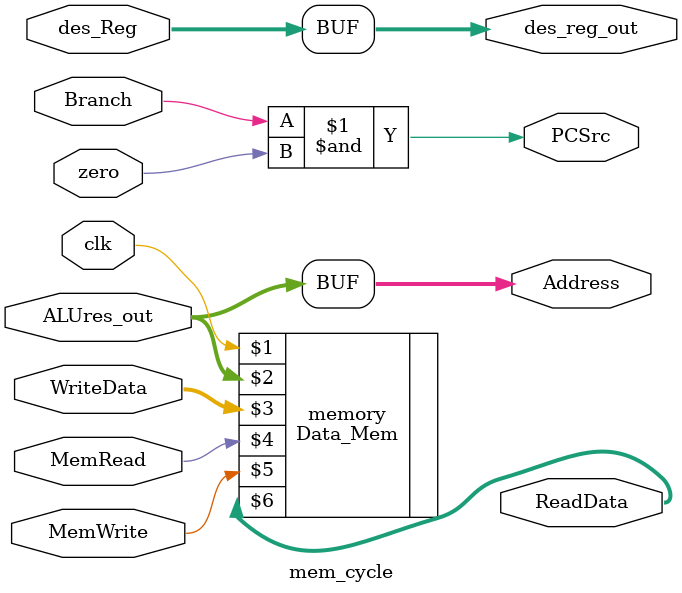
<source format=v>
`timescale 1ns / 1ps


module mem_cycle(clk,Address,WriteData,MemRead,MemWrite,ReadData,ALUres_out,des_Reg,zero,Branch,des_reg_out,PCSrc);
input clk,MemRead,MemWrite,Branch;
input [31:0] ALUres_out,WriteData;
input [4:0] des_Reg;
input zero;

output [31:0] ReadData,Address;
output [4:0] des_reg_out;
output PCSrc;

wire MemRead, MemWrite, Branch;

assign  Address = ALUres_out;
assign des_reg_out = des_Reg;


and (PCSrc, Branch, zero);
Data_Mem memory(clk,Address,WriteData,MemRead,MemWrite,ReadData);

endmodule

</source>
